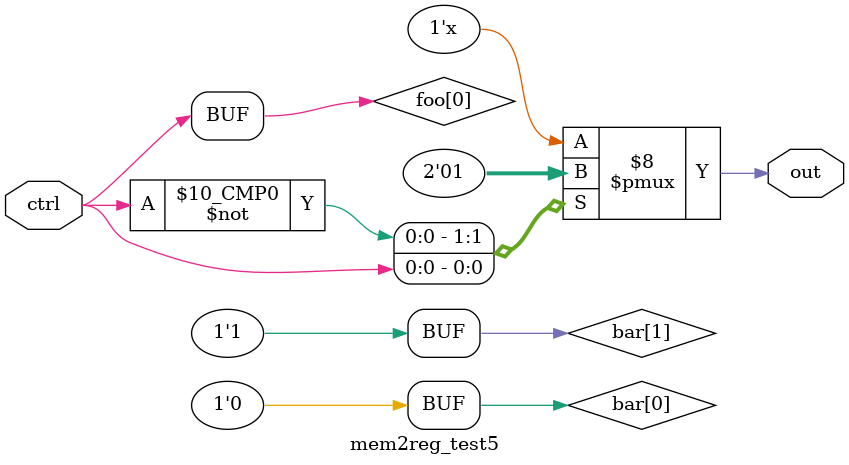
<source format=v>

module mem2reg_test1(in_addr, in_data, out_addr, out_data);

input [1:0] in_addr, out_addr;
input [3:0] in_data;
output reg [3:0] out_data;

reg [3:0] array [2:0];

always @* begin
	array[0] = 0;
	array[1] = 23;
	array[2] = 42;
	array[in_addr] = in_data;
	out_data = array[out_addr];
end

endmodule

// ------------------------------------------------------

module mem2reg_test2(clk, reset, mode, addr, data);

input clk, reset, mode;
input [2:0] addr;
output [3:0] data;

(* mem2reg *)
reg [3:0] mem [0:7];

assign data = mem[addr];

integer i;

always @(posedge clk) begin
	if (reset) begin
		for (i=0; i<8; i=i+1)
			mem[i] <= i;
	end else
	if (mode) begin
		for (i=0; i<8; i=i+1)
			mem[i] <= mem[i]+1;
	end else begin
		mem[addr] <= 0;
	end
end

endmodule

// ------------------------------------------------------

// http://www.reddit.com/r/yosys/comments/28d9lx/problem_with_concatenation_of_two_dimensional/
module mem2reg_test3( input clk, input [8:0] din_a, output reg [7:0] dout_a, output [7:0] dout_b);
reg [7:0] dint_c [0:7];
always @(posedge clk)
  begin
      {dout_a[0], dint_c[3]} <= din_a;
  end
assign dout_b = dint_c[3];
endmodule

// ------------------------------------------------------

module mem2reg_test4(result1, result2, result3);
	output signed [9:0] result1;
	output signed [9:0] result2;
	output signed [9:0] result3;

	wire signed [9:0] intermediate [0:3];

	function integer depth2Index;
		input integer depth;
		depth2Index = depth;
	endfunction

	assign intermediate[depth2Index(1)] = 1;
	assign intermediate[depth2Index(2)] = 2;
	assign intermediate[3] = 3;
	assign result1 = intermediate[1];
	assign result2 = intermediate[depth2Index(2)];
	assign result3 = intermediate[depth2Index(3)];
endmodule

// ------------------------------------------------------

module mem2reg_test5(input ctrl, output out);
	wire [0:0] foo[0:0];
	wire [0:0] bar[0:1];

	assign foo[0] = ctrl;
	assign bar[0] = 0, bar[1] = 1;
	assign out = bar[foo[0]];
endmodule


</source>
